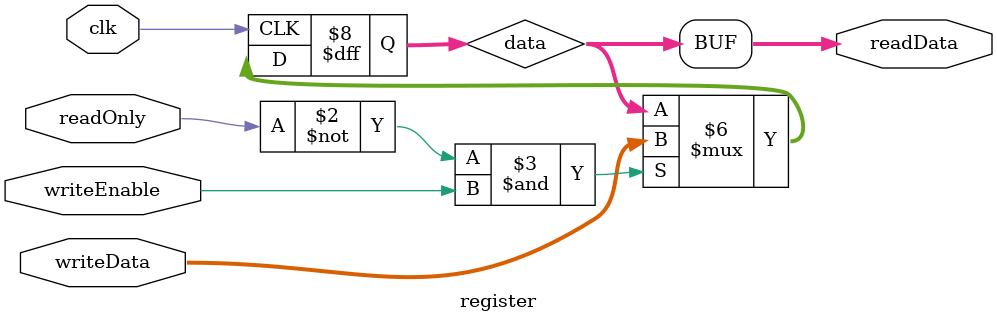
<source format=v>
module register #(parameter START_VAL = 0)(
    input wire clk,
    input wire[63:0] writeData,
    input wire writeEnable,
    input wire readOnly,
    output wire[63:0] readData
);

reg [63:0] data;

initial data = START_VAL;
assign readData = data;



always @(posedge clk ) begin
    if(~readOnly & writeEnable) data = writeData;
end


endmodule
</source>
